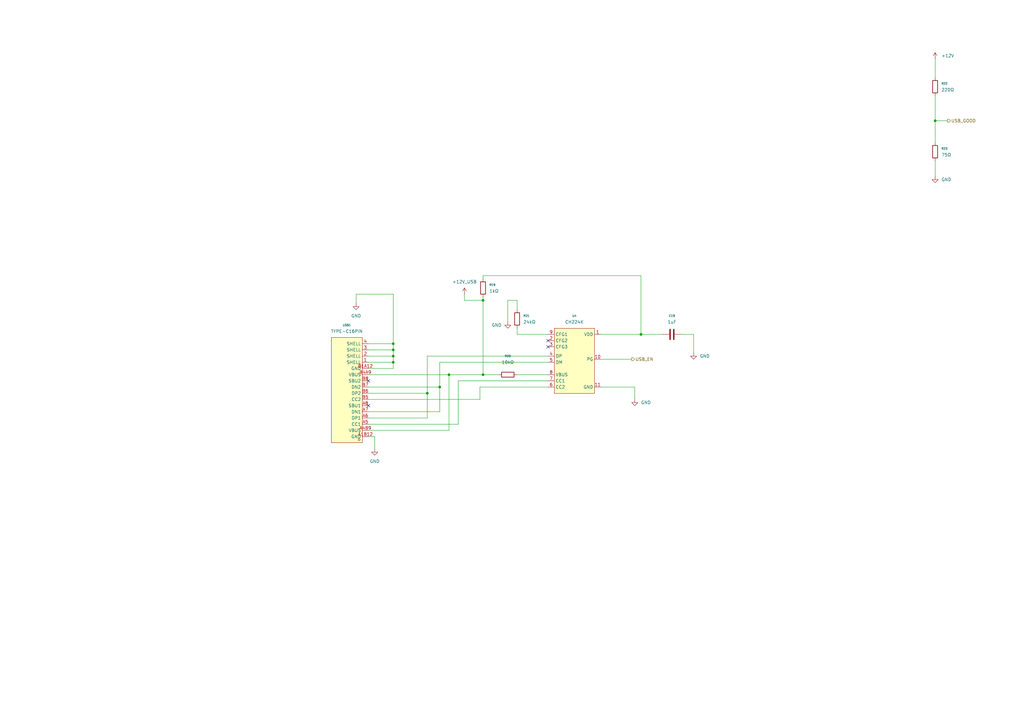
<source format=kicad_sch>
(kicad_sch (version 20231120) (generator "eeschema") (generator_version "8.0")
  (paper "A3")
  (lib_symbols
    (symbol "Device:C" (pin_numbers hide) (pin_names (offset 0.254))
      (property "Reference" "C" (at 0.635 2.54 0))
      (property "Value" "C" (at 0.635 -2.54 0))
      (symbol "C_0_1"
        (polyline (pts (xy -2.032 -0.762) (xy 2.032 -0.762)) (stroke (width 0.508)))
        (polyline (pts (xy -2.032 0.762) (xy 2.032 0.762)) (stroke (width 0.508)))
      )
      (symbol "C_1_1"
        (pin passive line (at 0 3.81 270) (length 2.794) (name "~") (number "1"))
        (pin passive line (at 0 -3.81 90) (length 2.794) (name "~") (number "2"))
      )
    )
    (symbol "Device:R" (pin_numbers hide) (pin_names (offset 0))
      (property "Reference" "R" (at 2.032 0 90))
      (property "Value" "R" (at 0 0 90))
      (symbol "R_0_1"
        (rectangle (start -1.016 -2.54) (end 1.016 2.54) (stroke (width 0.254)))
      )
      (symbol "R_1_1"
        (pin passive line (at 0 3.81 270) (length 1.27) (name "~") (number "1"))
        (pin passive line (at 0 -3.81 90) (length 1.27) (name "~") (number "2"))
      )
    )
    (symbol "Library:CH224K"
      (property "Reference" "U" (at 0 15.24 0))
      (property "Value" "CH224K" (at 0 -16.51 0))
      (symbol "CH224K_0_1"
        (rectangle (start -8.89 12.7) (end 7.62 -13.97) (fill (type background)))
        (pin unspecified line (at 10.16 10.16 180) (length 2.54) (name "VDD") (number "1"))
        (pin unspecified line (at 10.16 0 180) (length 2.54) (name "PG") (number "10"))
        (pin unspecified line (at 10.16 -11.43 180) (length 2.54) (name "GND") (number "11"))
        (pin unspecified line (at -11.43 7.62 0) (length 2.54) (name "CFG2") (number "2"))
        (pin unspecified line (at -11.43 5.08 0) (length 2.54) (name "CFG3") (number "3"))
        (pin unspecified line (at -11.43 1.27 0) (length 2.54) (name "DP") (number "4"))
        (pin unspecified line (at -11.43 -1.27 0) (length 2.54) (name "DM") (number "5"))
        (pin unspecified line (at -11.43 -11.43 0) (length 2.54) (name "CC2") (number "6"))
        (pin unspecified line (at -11.43 -8.89 0) (length 2.54) (name "CC1") (number "7"))
        (pin unspecified line (at -11.43 -6.35 0) (length 2.54) (name "VBUS") (number "8"))
        (pin unspecified line (at -11.43 10.16 0) (length 2.54) (name "CFG1") (number "9"))
      )
    )
    (symbol "Library:TYPE-C16PIN"
      (property "Reference" "USB" (at 0 24.13 0))
      (property "Value" "TYPE-C16PIN" (at 0 -24.13 0))
      (symbol "TYPE-C16PIN_0_1"
        (rectangle (start -6.35 21.59) (end 6.35 -21.59) (fill (type background)))
        (circle (center -5.08 20.32) (radius 0.38))
        (pin unspecified line (at -8.89 -11.43 0) (length 2.54) (name "SHELL") (number "1"))
        (pin unspecified line (at -8.89 -13.97 0) (length 2.54) (name "SHELL") (number "2"))
        (pin unspecified line (at -8.89 -16.51 0) (length 2.54) (name "SHELL") (number "3"))
        (pin unspecified line (at -8.89 -19.05 0) (length 2.54) (name "SHELL") (number "4"))
        (pin unspecified line (at -8.89 19.05 0) (length 2.54) (name "GND") (number "A1B12"))
        (pin unspecified line (at -8.89 16.51 0) (length 2.54) (name "VBUS") (number "A4B9"))
        (pin unspecified line (at -8.89 13.97 0) (length 2.54) (name "CC1") (number "A5"))
        (pin unspecified line (at -8.89 11.43 0) (length 2.54) (name "DP1") (number "A6"))
        (pin unspecified line (at -8.89 8.89 0) (length 2.54) (name "DN1") (number "A7"))
        (pin unspecified line (at -8.89 6.35 0) (length 2.54) (name "SBU1") (number "A8"))
        (pin unspecified line (at -8.89 -8.89 0) (length 2.54) (name "GND") (number "B1A12"))
        (pin unspecified line (at -8.89 -6.35 0) (length 2.54) (name "VBUS") (number "B4A9"))
        (pin unspecified line (at -8.89 3.81 0) (length 2.54) (name "CC2") (number "B5"))
        (pin unspecified line (at -8.89 1.27 0) (length 2.54) (name "DP2") (number "B6"))
        (pin unspecified line (at -8.89 -1.27 0) (length 2.54) (name "DN2") (number "B7"))
        (pin unspecified line (at -8.89 -3.81 0) (length 2.54) (name "SBU2") (number "B8"))
      )
    )
    (symbol "power:+12V" (power) (pin_numbers hide) (pin_names (offset 0) hide)
      (property "Value" "+12V" (at 0 3.556 0))
      (symbol "+12V_0_1"
        (polyline (pts (xy -0.762 1.27) (xy 0 2.54)))
        (polyline (pts (xy 0 0) (xy 0 2.54)))
        (polyline (pts (xy 0 2.54) (xy 0.762 1.27)))
      )
      (symbol "+12V_1_1"
        (pin power_in line (at 0 0 90) (length 0) (name "~") (number "1"))
      )
    )
    (symbol "power:GND" (power) (pin_numbers hide) (pin_names (offset 0) hide)
      (property "Value" "GND" (at 0 -3.81 0))
      (symbol "GND_0_1"
        (polyline (pts (xy 0 0) (xy 0 -1.27) (xy 1.27 -1.27) (xy 0 -2.54) (xy -1.27 -1.27) (xy 0 -1.27)))
      )
      (symbol "GND_1_1"
        (pin power_in line (at 0 0 270) (length 0) (name "~") (number "1"))
      )
    )
  )
  (junction (at 198.12 153.67))
  (junction (at 184.15 153.67))
  (junction (at 161.29 140.97))
  (junction (at 161.29 146.05))
  (junction (at 175.26 161.29))
  (junction (at 180.34 158.75))
  (junction (at 161.29 148.59))
  (junction (at 161.29 143.51))
  (junction (at 262.89 137.16))
  (junction (at 198.12 123.19))
  (junction (at 383.54 49.53))
  (no_connect (at 224.79 139.7))
  (no_connect (at 151.13 166.37))
  (no_connect (at 151.13 156.21))
  (no_connect (at 224.79 142.24))
  (wire (pts (xy 260.35 163.83) (xy 260.35 158.75)))
  (wire (pts (xy 224.79 146.05) (xy 175.26 146.05)))
  (wire (pts (xy 196.85 163.83) (xy 196.85 158.75)))
  (wire (pts (xy 212.09 123.19) (xy 212.09 127)))
  (wire (pts (xy 151.13 158.75) (xy 180.34 158.75)))
  (wire (pts (xy 180.34 158.75) (xy 180.34 168.91)))
  (wire (pts (xy 180.34 148.59) (xy 180.34 158.75)))
  (wire (pts (xy 151.13 171.45) (xy 175.26 171.45)))
  (wire (pts (xy 208.28 123.19) (xy 212.09 123.19)))
  (wire (pts (xy 284.48 137.16) (xy 279.4 137.16)))
  (wire (pts (xy 198.12 121.92) (xy 198.12 123.19)))
  (wire (pts (xy 212.09 134.62) (xy 212.09 137.16)))
  (wire (pts (xy 161.29 151.13) (xy 161.29 148.59)))
  (wire (pts (xy 184.15 153.67) (xy 184.15 176.53)))
  (wire (pts (xy 262.89 137.16) (xy 246.38 137.16)))
  (wire (pts (xy 187.96 156.21) (xy 187.96 173.99)))
  (wire (pts (xy 175.26 146.05) (xy 175.26 161.29)))
  (wire (pts (xy 383.54 24.13) (xy 383.54 31.75)))
  (wire (pts (xy 224.79 148.59) (xy 180.34 148.59)))
  (wire (pts (xy 146.05 124.46) (xy 146.05 120.65)))
  (wire (pts (xy 146.05 120.65) (xy 161.29 120.65)))
  (wire (pts (xy 153.67 179.07) (xy 153.67 184.15)))
  (wire (pts (xy 260.35 158.75) (xy 246.38 158.75)))
  (wire (pts (xy 388.62 49.53) (xy 383.54 49.53)))
  (wire (pts (xy 190.5 120.65) (xy 190.5 123.19)))
  (wire (pts (xy 175.26 161.29) (xy 175.26 171.45)))
  (wire (pts (xy 161.29 148.59) (xy 151.13 148.59)))
  (wire (pts (xy 151.13 143.51) (xy 161.29 143.51)))
  (wire (pts (xy 212.09 153.67) (xy 224.79 153.67)))
  (wire (pts (xy 151.13 140.97) (xy 161.29 140.97)))
  (wire (pts (xy 151.13 176.53) (xy 184.15 176.53)))
  (wire (pts (xy 271.78 137.16) (xy 262.89 137.16)))
  (wire (pts (xy 224.79 156.21) (xy 187.96 156.21)))
  (wire (pts (xy 198.12 113.03) (xy 198.12 114.3)))
  (wire (pts (xy 383.54 66.04) (xy 383.54 72.39)))
  (wire (pts (xy 208.28 132.08) (xy 208.28 123.19)))
  (wire (pts (xy 161.29 143.51) (xy 161.29 146.05)))
  (wire (pts (xy 190.5 123.19) (xy 198.12 123.19)))
  (wire (pts (xy 198.12 153.67) (xy 204.47 153.67)))
  (wire (pts (xy 151.13 179.07) (xy 153.67 179.07)))
  (wire (pts (xy 151.13 146.05) (xy 161.29 146.05)))
  (wire (pts (xy 151.13 153.67) (xy 184.15 153.67)))
  (wire (pts (xy 151.13 151.13) (xy 161.29 151.13)))
  (wire (pts (xy 224.79 158.75) (xy 196.85 158.75)))
  (wire (pts (xy 262.89 113.03) (xy 262.89 137.16)))
  (wire (pts (xy 383.54 49.53) (xy 383.54 58.42)))
  (wire (pts (xy 151.13 173.99) (xy 187.96 173.99)))
  (wire (pts (xy 161.29 146.05) (xy 161.29 148.59)))
  (wire (pts (xy 262.89 113.03) (xy 198.12 113.03)))
  (wire (pts (xy 259.08 147.32) (xy 246.38 147.32)))
  (wire (pts (xy 224.79 137.16) (xy 212.09 137.16)))
  (wire (pts (xy 161.29 140.97) (xy 161.29 143.51)))
  (wire (pts (xy 151.13 168.91) (xy 180.34 168.91)))
  (wire (pts (xy 151.13 163.83) (xy 196.85 163.83)))
  (wire (pts (xy 184.15 153.67) (xy 198.12 153.67)))
  (wire (pts (xy 198.12 123.19) (xy 198.12 153.67)))
  (wire (pts (xy 151.13 161.29) (xy 175.26 161.29)))
  (wire (pts (xy 284.48 144.78) (xy 284.48 137.16)))
  (wire (pts (xy 383.54 39.37) (xy 383.54 49.53)))
  (wire (pts (xy 161.29 120.65) (xy 161.29 140.97)))
  (hierarchical_label "USB_EN" (shape output) (at 259.08 147.32 0))
  (hierarchical_label "USB_GOOD" (shape output) (at 388.62 49.53 0))
  (symbol (lib_id "power:GND") (at 208.28 132.08 0) (unit 1)
    (property "Reference" "#PWR033" (effects (hide yes)))
    (property "Value" "GND" (at 205.74 133.3499 0) (effects (justify right)))
    (property "Description" "Power symbol creates a global label with name \"GND\" , ground" (effects (hide yes)))
  )
  (symbol (lib_id "Device:C") (at 275.59 137.16 270) (unit 1)
    (property "Reference" "C19" (at 275.59 129.54 90) (effects (font (size 0.8382 0.8382))))
    (property "Value" "1uF" (at 275.59 132.08 90))
    (property "Footprint" "Capacitor_SMD:C_0805_2012Metric" (effects (hide yes)))
    (property "Description" "Unpolarized capacitor" (effects (hide yes)))
    (property "LCSC" "C28323" (effects (hide yes)))
  )
  (symbol (lib_id "power:GND") (at 153.67 184.15 0) (unit 1)
    (property "Reference" "#PWR031" (effects (hide yes)))
    (property "Value" "GND" (at 153.67 189.23 0))
    (property "Description" "Power symbol creates a global label with name \"GND\" , ground" (effects (hide yes)))
  )
  (symbol (lib_id "power:GND") (at 284.48 144.78 0) (unit 1)
    (property "Reference" "#PWR035" (effects (hide yes)))
    (property "Value" "GND" (at 287.02 146.0499 0) (effects (justify left)))
    (property "Description" "Power symbol creates a global label with name \"GND\" , ground" (effects (hide yes)))
  )
  (symbol (lib_id "power:+12V") (at 383.54 24.13 0) (unit 1)
    (property "Reference" "#PWR036" (effects (hide yes)))
    (property "Value" "+12V" (at 386.08 22.8599 0) (effects (justify left)))
    (property "Description" "Power symbol creates a global label with name \"+12V\"" (effects (hide yes)))
  )
  (symbol (lib_id "Library:CH224K") (at 236.22 147.32 0) (unit 1)
    (property "Reference" "U4" (at 235.585 129.54 0) (effects (font (size 0.8382 0.8382))))
    (property "Value" "CH224K" (at 235.585 132.08 0))
    (property "Footprint" "Library:ESSOP-10_L4.9-W3.9-P1.0-LS6.0-TL-EP" (effects (hide yes)))
    (property "LCSC" "C970725" (effects (hide yes)))
    (property "LCSC Part" "C970725" (effects (hide yes)))
  )
  (symbol (lib_id "Device:R") (at 198.12 118.11 0) (unit 1)
    (property "Reference" "R19" (at 200.66 116.8399 0) (effects (font (size 0.8382 0.8382)) (justify left)))
    (property "Value" "1kΩ" (at 200.66 119.3799 0) (effects (justify left)))
    (property "Footprint" "Resistor_SMD:R_0603_1608Metric" (effects (hide yes)))
    (property "Description" "Resistor" (effects (hide yes)))
    (property "LCSC" "C21190" (effects (hide yes)))
  )
  (symbol (lib_id "power:GND") (at 260.35 163.83 0) (unit 1)
    (property "Reference" "#PWR034" (effects (hide yes)))
    (property "Value" "GND" (at 262.89 165.0999 0) (effects (justify left)))
    (property "Description" "Power symbol creates a global label with name \"GND\" , ground" (effects (hide yes)))
  )
  (symbol (lib_id "Library:TYPE-C16PIN") (at 142.24 160.02 180) (unit 1)
    (property "Reference" "USB1" (at 142.24 133.35 0) (effects (font (size 0.8382 0.8382))))
    (property "Value" "TYPE-C16PIN" (at 142.24 135.89 0))
    (property "Footprint" "Library:USB-C-SMD_TYPE-C16PIN" (effects (hide yes)))
    (property "Datasheet" "https://lcsc.com/product-detail/USB-Connectors_SHOU-HAN-TYPE-C16PIN_C393939.html" (effects (hide yes)))
    (property "Description" "USB 2.0-only 16P Type-C Receptacle connector" (effects (hide yes)))
    (property "LCSC" "C393939" (effects (hide yes)))
    (property "LCSC Part" "C393939" (effects (hide yes)))
  )
  (symbol (lib_id "power:GND") (at 383.54 72.39 0) (unit 1)
    (property "Reference" "#PWR037" (effects (hide yes)))
    (property "Value" "GND" (at 386.08 73.6599 0) (effects (justify left)))
    (property "Description" "Power symbol creates a global label with name \"GND\" , ground" (effects (hide yes)))
  )
  (symbol (lib_id "Device:R") (at 208.28 153.67 90) (unit 1)
    (property "Reference" "R20" (at 208.28 146.05 90) (effects (font (size 0.8382 0.8382))))
    (property "Value" "10kΩ" (at 208.28 148.59 90))
    (property "Footprint" "Resistor_SMD:R_0603_1608Metric" (effects (hide yes)))
    (property "Description" "Resistor" (effects (hide yes)))
    (property "LCSC" "C25804" (effects (hide yes)))
  )
  (symbol (lib_id "power:+12V") (at 190.5 120.65 0) (unit 1)
    (property "Reference" "#PWR032" (effects (hide yes)))
    (property "Value" "+12V_USB" (at 190.5 115.57 0))
    (property "Description" "Power symbol creates a global label with name \"+12V\"" (effects (hide yes)))
  )
  (symbol (lib_id "Device:R") (at 383.54 62.23 0) (unit 1)
    (property "Reference" "R23" (at 386.08 60.9599 0) (effects (font (size 0.8382 0.8382)) (justify left)))
    (property "Value" "75Ω" (at 386.08 63.4999 0) (effects (justify left)))
    (property "Footprint" "Resistor_SMD:R_0603_1608Metric" (effects (hide yes)))
    (property "Description" "Resistor" (effects (hide yes)))
    (property "LCSC" "C4275" (effects (hide yes)))
  )
  (symbol (lib_id "power:GND") (at 146.05 124.46 0) (unit 1)
    (property "Reference" "#PWR088" (effects (hide yes)))
    (property "Value" "GND" (at 146.05 129.54 0))
    (property "Description" "Power symbol creates a global label with name \"GND\" , ground" (effects (hide yes)))
  )
  (symbol (lib_id "Device:R") (at 212.09 130.81 180) (unit 1)
    (property "Reference" "R21" (at 214.63 129.5399 0) (effects (font (size 0.8382 0.8382)) (justify right)))
    (property "Value" "24kΩ" (at 214.63 132.0799 0) (effects (justify right)))
    (property "Footprint" "Resistor_SMD:R_0603_1608Metric" (effects (hide yes)))
    (property "Description" "Resistor" (effects (hide yes)))
    (property "LCSC" "C23352" (effects (hide yes)))
  )
  (symbol (lib_id "Device:R") (at 383.54 35.56 0) (unit 1)
    (property "Reference" "R22" (at 386.08 34.2899 0) (effects (font (size 0.8382 0.8382)) (justify left)))
    (property "Value" "220Ω" (at 386.08 36.8299 0) (effects (justify left)))
    (property "Footprint" "Resistor_SMD:R_0603_1608Metric" (effects (hide yes)))
    (property "Description" "Resistor" (effects (hide yes)))
    (property "LCSC" "C22962" (effects (hide yes)))
  )
)
</source>
